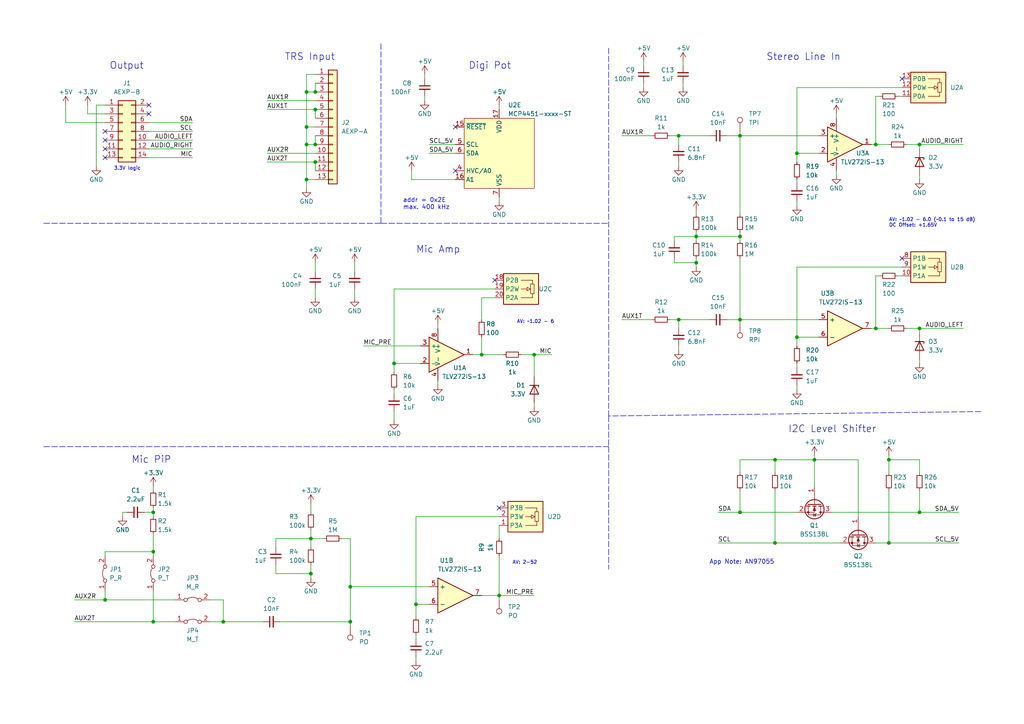
<source format=kicad_sch>
(kicad_sch (version 20211123) (generator eeschema)
  (paper "A4")
  (title_block (title "SW2E1") (date "2023-01-30") (rev "1") (company "saawsm") (comment 2 "AUX2 - Mono Microphone") (comment 3 "AUX1 - Stereo Line-in") (comment 4 "Stereo line-in/Mono microphone expansion module for the SW22."))
  (lib_symbols
    (symbol "Connector:TestPoint" (pin_numbers hide) (pin_names (offset 0.762) hide)
      (property "Reference" "TP" (at 0 6.858 0))
      (property "Value" "TestPoint" (at 0 5.08 0))
      (symbol "TestPoint_1_1"
        (pin passive line (at 0 0 90) (length 2.54) (name "1") (number "1"))
      )
    )
    (symbol "Connector_Generic:Conn_01x13" (pin_names (offset 1.016) hide)
      (property "Reference" "J" (at 0 17.78 0))
      (property "Value" "Conn_01x13" (at 0 -17.78 0))
      (symbol "Conn_01x13_1_1"
        (pin passive line (at -5.08 15.24 0) (length 3.81) (name "Pin_1") (number "1"))
        (pin passive line (at -5.08 -7.62 0) (length 3.81) (name "Pin_10") (number "10"))
        (pin passive line (at -5.08 -10.16 0) (length 3.81) (name "Pin_11") (number "11"))
        (pin passive line (at -5.08 -12.7 0) (length 3.81) (name "Pin_12") (number "12"))
        (pin passive line (at -5.08 -15.24 0) (length 3.81) (name "Pin_13") (number "13"))
        (pin passive line (at -5.08 12.7 0) (length 3.81) (name "Pin_2") (number "2"))
        (pin passive line (at -5.08 10.16 0) (length 3.81) (name "Pin_3") (number "3"))
        (pin passive line (at -5.08 7.62 0) (length 3.81) (name "Pin_4") (number "4"))
        (pin passive line (at -5.08 5.08 0) (length 3.81) (name "Pin_5") (number "5"))
        (pin passive line (at -5.08 2.54 0) (length 3.81) (name "Pin_6") (number "6"))
        (pin passive line (at -5.08 0 0) (length 3.81) (name "Pin_7") (number "7"))
        (pin passive line (at -5.08 -2.54 0) (length 3.81) (name "Pin_8") (number "8"))
        (pin passive line (at -5.08 -5.08 0) (length 3.81) (name "Pin_9") (number "9"))
      )
    )
    (symbol "Connector_Generic:Conn_02x07_Odd_Even" (pin_names (offset 1.016) hide)
      (property "Reference" "J" (at 1.27 10.16 0))
      (property "Value" "Conn_02x07_Odd_Even" (at 1.27 -10.16 0))
      (symbol "Conn_02x07_Odd_Even_1_1"
        (pin passive line (at -5.08 7.62 0) (length 3.81) (name "Pin_1") (number "1"))
        (pin passive line (at 7.62 -2.54 180) (length 3.81) (name "Pin_10") (number "10"))
        (pin passive line (at -5.08 -5.08 0) (length 3.81) (name "Pin_11") (number "11"))
        (pin passive line (at 7.62 -5.08 180) (length 3.81) (name "Pin_12") (number "12"))
        (pin passive line (at -5.08 -7.62 0) (length 3.81) (name "Pin_13") (number "13"))
        (pin passive line (at 7.62 -7.62 180) (length 3.81) (name "Pin_14") (number "14"))
        (pin passive line (at 7.62 7.62 180) (length 3.81) (name "Pin_2") (number "2"))
        (pin passive line (at -5.08 5.08 0) (length 3.81) (name "Pin_3") (number "3"))
        (pin passive line (at 7.62 5.08 180) (length 3.81) (name "Pin_4") (number "4"))
        (pin passive line (at -5.08 2.54 0) (length 3.81) (name "Pin_5") (number "5"))
        (pin passive line (at 7.62 2.54 180) (length 3.81) (name "Pin_6") (number "6"))
        (pin passive line (at -5.08 0 0) (length 3.81) (name "Pin_7") (number "7"))
        (pin passive line (at 7.62 0 180) (length 3.81) (name "Pin_8") (number "8"))
        (pin passive line (at -5.08 -2.54 0) (length 3.81) (name "Pin_9") (number "9"))
      )
    )
    (symbol "Device:C_Small" (pin_numbers hide) (pin_names (offset 0.254) hide)
      (property "Reference" "C" (at 0.254 1.778 0))
      (property "Value" "C_Small" (at 0.254 -2.032 0))
      (symbol "C_Small_1_1"
        (pin passive line (at 0 2.54 270) (length 2.032) (name "~") (number "1"))
        (pin passive line (at 0 -2.54 90) (length 2.032) (name "~") (number "2"))
      )
    )
    (symbol "Device:D_Zener" (pin_numbers hide) (pin_names (offset 1.016) hide)
      (property "Reference" "D" (at 0 2.54 0))
      (property "Value" "D_Zener" (at 0 -2.54 0))
      (symbol "D_Zener_1_1"
        (pin passive line (at -3.81 0 0) (length 2.54) (name "K") (number "1"))
        (pin passive line (at 3.81 0 180) (length 2.54) (name "A") (number "2"))
      )
    )
    (symbol "Device:Opamp_Dual"
      (property "Reference" "U" (at 0 5.08 0))
      (property "Value" "Opamp_Dual" (at 0 -5.08 0))
      (symbol "Opamp_Dual_1_1"
        (pin output line (at 7.62 0 180) (length 2.54) (name "~") (number "1"))
        (pin input line (at -7.62 -2.54 0) (length 2.54) (name "-") (number "2"))
        (pin input line (at -7.62 2.54 0) (length 2.54) (name "+") (number "3"))
      )
      (symbol "Opamp_Dual_2_1"
        (pin input line (at -7.62 2.54 0) (length 2.54) (name "+") (number "5"))
        (pin input line (at -7.62 -2.54 0) (length 2.54) (name "-") (number "6"))
        (pin output line (at 7.62 0 180) (length 2.54) (name "~") (number "7"))
      )
      (symbol "Opamp_Dual_3_1"
        (pin power_in line (at -2.54 -7.62 90) (length 3.81) (name "V-") (number "4"))
        (pin power_in line (at -2.54 7.62 270) (length 3.81) (name "V+") (number "8"))
      )
    )
    (symbol "Device:Q_NMOS_GSD" (pin_names (offset 0) hide)
      (property "Reference" "Q" (at 5.08 1.27 0))
      (property "Value" "Q_NMOS_GSD" (at 5.08 -1.27 0))
      (symbol "Q_NMOS_GSD_1_1"
        (pin input line (at -5.08 0 0) (length 2.54) (name "G") (number "1"))
        (pin passive line (at 2.54 -5.08 90) (length 2.54) (name "S") (number "2"))
        (pin passive line (at 2.54 5.08 270) (length 2.54) (name "D") (number "3"))
      )
    )
    (symbol "Device:R_Small" (pin_numbers hide) (pin_names (offset 0.254) hide)
      (property "Reference" "R" (at 0.762 0.508 0))
      (property "Value" "R_Small" (at 0.762 -1.016 0))
      (symbol "R_Small_1_1"
        (pin passive line (at 0 2.54 270) (length 0.762) (name "~") (number "1"))
        (pin passive line (at 0 -2.54 90) (length 0.762) (name "~") (number "2"))
      )
    )
    (symbol "Jumper:Jumper_2_Bridged" (pin_names (offset 0) hide)
      (property "Reference" "JP" (at 0 1.905 0))
      (property "Value" "Jumper_2_Bridged" (at 0 -2.54 0))
      (symbol "Jumper_2_Bridged_1_1"
        (pin passive line (at -5.08 0 0) (length 2.54) (name "A") (number "1"))
        (pin passive line (at 5.08 0 180) (length 2.54) (name "B") (number "2"))
      )
    )
    (symbol "Potentiometer_Digital:MCP4451-xxxx-ST"
      (property "Reference" "U" (at -8.89 11.43 0))
      (property "Value" "MCP4451-xxxx-ST" (at 10.16 -11.43 0))
      (symbol "MCP4451-xxxx-ST_1_1"
        (pin passive line (at -7.62 -2.54 0) (length 2.54) (name "P0A") (number "11"))
        (pin passive line (at -7.62 0 0) (length 2.54) (name "P0W") (number "12"))
        (pin passive line (at -7.62 2.54 0) (length 2.54) (name "P0B") (number "13"))
      )
      (symbol "MCP4451-xxxx-ST_2_1"
        (pin passive line (at -7.62 -2.54 0) (length 2.54) (name "P1A") (number "10"))
        (pin passive line (at -7.62 2.54 0) (length 2.54) (name "P1B") (number "8"))
        (pin passive line (at -7.62 0 0) (length 2.54) (name "P1W") (number "9"))
      )
      (symbol "MCP4451-xxxx-ST_3_1"
        (pin passive line (at -7.62 2.54 0) (length 2.54) (name "P2B") (number "18"))
        (pin passive line (at -7.62 0 0) (length 2.54) (name "P2W") (number "19"))
        (pin passive line (at -7.62 -2.54 0) (length 2.54) (name "P2A") (number "20"))
      )
      (symbol "MCP4451-xxxx-ST_4_1"
        (pin passive line (at -7.62 -2.54 0) (length 2.54) (name "P3A") (number "1"))
        (pin passive line (at -7.62 0 0) (length 2.54) (name "P3W") (number "2"))
        (pin passive line (at -7.62 2.54 0) (length 2.54) (name "P3B") (number "3"))
      )
      (symbol "MCP4451-xxxx-ST_5_1"
        (pin no_connect line (at -10.16 -2.54 0) (length 2.54) hide (name "NC") (number "14"))
        (pin input line (at -12.7 7.62 0) (length 2.54) (name "~{RESET}") (number "15"))
        (pin input line (at -12.7 -7.62 0) (length 2.54) (name "A1") (number "16"))
        (pin power_in line (at 0 12.7 270) (length 2.54) (name "VDD") (number "17"))
        (pin input line (at -12.7 -5.08 0) (length 2.54) (name "HVC/A0") (number "4"))
        (pin input line (at -12.7 2.54 0) (length 2.54) (name "SCL") (number "5"))
        (pin bidirectional line (at -12.7 0 0) (length 2.54) (name "SDA") (number "6"))
        (pin power_in line (at 0 -12.7 90) (length 2.54) (name "VSS") (number "7"))
      )
    )
    (symbol "power:+3.3V" (power) (pin_names (offset 0))
      (property "Value" "+3.3V" (at 0 3.556 0))
      (symbol "+3.3V_1_1"
        (pin power_in line (at 0 0 90) (length 0) hide (name "+3.3V") (number "1"))
      )
    )
    (symbol "power:+5V" (power) (pin_names (offset 0))
      (property "Value" "+5V" (at 0 3.556 0))
      (symbol "+5V_1_1"
        (pin power_in line (at 0 0 90) (length 0) hide (name "+5V") (number "1"))
      )
    )
    (symbol "power:GND" (power) (pin_names (offset 0))
      (property "Value" "GND" (at 0 -3.81 0))
      (symbol "GND_1_1"
        (pin power_in line (at 0 0 270) (length 0) hide (name "GND") (number "1"))
      )
    )
    (symbol "power:PWR_FLAG" (power) (pin_numbers hide) (pin_names (offset 0) hide)
      (property "Value" "PWR_FLAG" (at 0 3.81 0))
      (symbol "PWR_FLAG_0_0"
        (pin power_out line (at 0 0 90) (length 0) (name "pwr") (number "1"))
      )
    )
  )
  (junction (at 114.3 105.41))
  (junction (at 101.6 170.18))
  (junction (at 144.78 172.72))
  (junction (at 44.45 160.02))
  (junction (at 44.45 148.59))
  (junction (at 88.9 36.83))
  (junction (at 254 41.91))
  (junction (at 266.7 148.59))
  (junction (at 91.44 26.67))
  (junction (at 101.6 180.34))
  (junction (at 236.22 133.35))
  (junction (at 266.7 41.91))
  (junction (at 231.14 97.79))
  (junction (at 201.93 68.58))
  (junction (at 201.93 76.2))
  (junction (at 44.45 180.34))
  (junction (at 88.9 41.91))
  (junction (at 30.48 173.99))
  (junction (at 224.79 157.48))
  (junction (at 266.7 95.25))
  (junction (at 88.9 52.07))
  (junction (at 91.44 31.75))
  (junction (at 64.77 180.34))
  (junction (at 90.17 166.37))
  (junction (at 196.85 39.37))
  (junction (at 196.85 92.71))
  (junction (at 91.44 41.91))
  (junction (at 214.63 92.71))
  (junction (at 257.81 157.48))
  (junction (at 90.17 156.21))
  (junction (at 88.9 26.67))
  (junction (at 214.63 68.58))
  (junction (at 257.81 133.35))
  (junction (at 91.44 46.99))
  (junction (at 224.79 133.35))
  (junction (at 254 95.25))
  (junction (at 214.63 148.59))
  (junction (at 139.7 102.87))
  (junction (at 214.63 39.37))
  (junction (at 120.65 175.26))
  (junction (at 231.14 44.45))
  (junction (at 154.94 102.87))
  (no_connect (at 132.08 36.83))
  (no_connect (at 132.08 49.53))
  (no_connect (at 144.78 147.32))
  (no_connect (at 30.48 38.1))
  (no_connect (at 261.62 22.86))
  (no_connect (at 30.48 40.64))
  (no_connect (at 30.48 45.72))
  (no_connect (at 30.48 43.18))
  (no_connect (at 43.18 30.48))
  (no_connect (at 43.18 33.02))
  (no_connect (at 261.62 74.93))
  (no_connect (at 143.51 81.28))
  (wire (pts (xy 21.59 180.34) (xy 44.45 180.34)))
  (wire (pts (xy 260.35 27.94) (xy 261.62 27.94)))
  (wire (pts (xy 80.01 166.37) (xy 90.17 166.37)))
  (wire (pts (xy 194.31 92.71) (xy 196.85 92.71)))
  (wire (pts (xy 231.14 77.47) (xy 231.14 97.79)))
  (wire (pts (xy 236.22 133.35) (xy 236.22 140.97)))
  (wire (pts (xy 260.35 80.01) (xy 261.62 80.01)))
  (polyline (pts (xy 110.49 64.77) (xy 176.53 64.77)))
  (wire (pts (xy 257.81 133.35) (xy 266.7 133.35)))
  (wire (pts (xy 139.7 86.36) (xy 139.7 92.71)))
  (wire (pts (xy 139.7 102.87) (xy 146.05 102.87)))
  (wire (pts (xy 154.94 109.22) (xy 154.94 102.87)))
  (wire (pts (xy 201.93 76.2) (xy 201.93 77.47)))
  (wire (pts (xy 81.28 180.34) (xy 101.6 180.34)))
  (wire (pts (xy 139.7 172.72) (xy 144.78 172.72)))
  (wire (pts (xy 132.08 41.91) (xy 124.46 41.91)))
  (wire (pts (xy 266.7 104.14) (xy 266.7 105.41)))
  (wire (pts (xy 30.48 160.02) (xy 30.48 161.29)))
  (wire (pts (xy 231.14 105.41) (xy 231.14 106.68)))
  (wire (pts (xy 102.87 83.82) (xy 102.87 86.36)))
  (wire (pts (xy 201.93 74.93) (xy 201.93 76.2)))
  (wire (pts (xy 256.54 219.71) (xy 256.54 222.25)))
  (wire (pts (xy 266.7 95.25) (xy 279.4 95.25)))
  (wire (pts (xy 30.48 173.99) (xy 50.8 173.99)))
  (wire (pts (xy 231.14 111.76) (xy 231.14 113.03)))
  (wire (pts (xy 266.7 41.91) (xy 266.7 43.18)))
  (wire (pts (xy 254 27.94) (xy 254 41.91)))
  (wire (pts (xy 210.82 92.71) (xy 214.63 92.71)))
  (wire (pts (xy 119.38 52.07) (xy 132.08 52.07)))
  (wire (pts (xy 266.7 133.35) (xy 266.7 137.16)))
  (wire (pts (xy 44.45 161.29) (xy 44.45 160.02)))
  (wire (pts (xy 144.78 161.29) (xy 144.78 172.72)))
  (wire (pts (xy 214.63 38.1) (xy 214.63 39.37)))
  (wire (pts (xy 30.48 171.45) (xy 30.48 173.99)))
  (wire (pts (xy 120.65 149.86) (xy 144.78 149.86)))
  (wire (pts (xy 214.63 68.58) (xy 214.63 69.85)))
  (wire (pts (xy 90.17 163.83) (xy 90.17 166.37)))
  (wire (pts (xy 266.7 50.8) (xy 266.7 52.07)))
  (wire (pts (xy 44.45 147.32) (xy 44.45 148.59)))
  (wire (pts (xy 105.41 100.33) (xy 121.92 100.33)))
  (wire (pts (xy 214.63 142.24) (xy 214.63 148.59)))
  (wire (pts (xy 123.19 21.59) (xy 123.19 22.86)))
  (wire (pts (xy 43.18 38.1) (xy 55.88 38.1)))
  (wire (pts (xy 224.79 133.35) (xy 236.22 133.35)))
  (wire (pts (xy 27.94 48.26) (xy 27.94 30.48)))
  (wire (pts (xy 254 41.91) (xy 257.81 41.91)))
  (wire (pts (xy 114.3 105.41) (xy 114.3 107.95)))
  (polyline (pts (xy 176.53 120.65) (xy 176.53 129.54)))
  (wire (pts (xy 196.85 92.71) (xy 205.74 92.71)))
  (wire (pts (xy 114.3 113.03) (xy 114.3 114.3)))
  (wire (pts (xy 91.44 76.2) (xy 91.44 78.74)))
  (wire (pts (xy 257.81 132.08) (xy 257.81 133.35)))
  (wire (pts (xy 90.17 146.05) (xy 90.17 148.59)))
  (wire (pts (xy 154.94 116.84) (xy 154.94 118.11)))
  (wire (pts (xy 236.22 222.25) (xy 246.38 222.25)))
  (wire (pts (xy 186.69 17.78) (xy 186.69 19.05)))
  (wire (pts (xy 195.58 68.58) (xy 201.93 68.58)))
  (wire (pts (xy 25.4 33.02) (xy 25.4 30.48)))
  (polyline (pts (xy 12.7 129.54) (xy 176.53 129.54)))
  (wire (pts (xy 27.94 30.48) (xy 30.48 30.48)))
  (wire (pts (xy 201.93 60.96) (xy 201.93 62.23)))
  (wire (pts (xy 242.57 33.02) (xy 242.57 34.29)))
  (wire (pts (xy 195.58 76.2) (xy 201.93 76.2)))
  (wire (pts (xy 144.78 30.48) (xy 144.78 31.75)))
  (wire (pts (xy 114.3 83.82) (xy 114.3 105.41)))
  (wire (pts (xy 214.63 39.37) (xy 237.49 39.37)))
  (wire (pts (xy 88.9 26.67) (xy 91.44 26.67)))
  (wire (pts (xy 127 110.49) (xy 127 111.76)))
  (wire (pts (xy 257.81 142.24) (xy 257.81 157.48)))
  (wire (pts (xy 224.79 133.35) (xy 224.79 137.16)))
  (wire (pts (xy 101.6 156.21) (xy 101.6 170.18)))
  (wire (pts (xy 102.87 76.2) (xy 102.87 78.74)))
  (wire (pts (xy 195.58 68.58) (xy 195.58 69.85)))
  (wire (pts (xy 88.9 41.91) (xy 91.44 41.91)))
  (wire (pts (xy 254 27.94) (xy 255.27 27.94)))
  (wire (pts (xy 44.45 180.34) (xy 50.8 180.34)))
  (wire (pts (xy 44.45 171.45) (xy 44.45 180.34)))
  (wire (pts (xy 30.48 33.02) (xy 25.4 33.02)))
  (wire (pts (xy 88.9 26.67) (xy 88.9 36.83)))
  (wire (pts (xy 88.9 52.07) (xy 91.44 52.07)))
  (wire (pts (xy 144.78 173.99) (xy 144.78 172.72)))
  (wire (pts (xy 254 80.01) (xy 255.27 80.01)))
  (wire (pts (xy 231.14 97.79) (xy 237.49 97.79)))
  (wire (pts (xy 91.44 83.82) (xy 91.44 86.36)))
  (wire (pts (xy 101.6 170.18) (xy 124.46 170.18)))
  (wire (pts (xy 144.78 152.4) (xy 144.78 156.21)))
  (wire (pts (xy 77.47 44.45) (xy 91.44 44.45)))
  (wire (pts (xy 19.05 35.56) (xy 19.05 30.48)))
  (wire (pts (xy 241.3 148.59) (xy 266.7 148.59)))
  (wire (pts (xy 91.44 31.75) (xy 91.44 34.29)))
  (wire (pts (xy 231.14 44.45) (xy 231.14 46.99)))
  (wire (pts (xy 123.19 27.94) (xy 123.19 29.21)))
  (wire (pts (xy 114.3 83.82) (xy 143.51 83.82)))
  (wire (pts (xy 254 80.01) (xy 254 95.25)))
  (wire (pts (xy 154.94 102.87) (xy 160.02 102.87)))
  (wire (pts (xy 91.44 21.59) (xy 88.9 21.59)))
  (wire (pts (xy 196.85 100.33) (xy 196.85 101.6)))
  (wire (pts (xy 242.57 49.53) (xy 242.57 50.8)))
  (wire (pts (xy 252.73 95.25) (xy 254 95.25)))
  (wire (pts (xy 120.65 149.86) (xy 120.65 175.26)))
  (wire (pts (xy 208.28 148.59) (xy 214.63 148.59)))
  (wire (pts (xy 236.22 219.71) (xy 236.22 222.25)))
  (wire (pts (xy 119.38 49.53) (xy 119.38 52.07)))
  (wire (pts (xy 120.65 184.15) (xy 120.65 185.42)))
  (wire (pts (xy 91.44 39.37) (xy 91.44 41.91)))
  (wire (pts (xy 90.17 166.37) (xy 90.17 167.64)))
  (wire (pts (xy 236.22 132.08) (xy 236.22 133.35)))
  (wire (pts (xy 80.01 156.21) (xy 80.01 158.75)))
  (wire (pts (xy 91.44 46.99) (xy 91.44 49.53)))
  (wire (pts (xy 266.7 96.52) (xy 266.7 95.25)))
  (wire (pts (xy 257.81 133.35) (xy 257.81 137.16)))
  (wire (pts (xy 44.45 148.59) (xy 44.45 149.86)))
  (wire (pts (xy 201.93 67.31) (xy 201.93 68.58)))
  (wire (pts (xy 231.14 58.42) (xy 231.14 59.69)))
  (wire (pts (xy 90.17 153.67) (xy 90.17 156.21)))
  (wire (pts (xy 64.77 180.34) (xy 76.2 180.34)))
  (wire (pts (xy 214.63 148.59) (xy 231.14 148.59)))
  (wire (pts (xy 88.9 41.91) (xy 88.9 52.07)))
  (wire (pts (xy 43.18 40.64) (xy 55.88 40.64)))
  (polyline (pts (xy 110.49 12.7) (xy 110.49 64.77)))
  (wire (pts (xy 101.6 170.18) (xy 101.6 180.34)))
  (wire (pts (xy 21.59 173.99) (xy 30.48 173.99)))
  (wire (pts (xy 280.67 219.71) (xy 280.67 220.98)))
  (wire (pts (xy 266.7 41.91) (xy 279.4 41.91)))
  (wire (pts (xy 124.46 175.26) (xy 120.65 175.26)))
  (wire (pts (xy 231.14 25.4) (xy 231.14 44.45)))
  (wire (pts (xy 262.89 41.91) (xy 266.7 41.91)))
  (wire (pts (xy 60.96 180.34) (xy 64.77 180.34)))
  (wire (pts (xy 231.14 77.47) (xy 261.62 77.47)))
  (wire (pts (xy 114.3 119.38) (xy 114.3 121.92)))
  (wire (pts (xy 88.9 52.07) (xy 88.9 54.61)))
  (wire (pts (xy 224.79 142.24) (xy 224.79 157.48)))
  (wire (pts (xy 252.73 41.91) (xy 254 41.91)))
  (wire (pts (xy 231.14 97.79) (xy 231.14 100.33)))
  (wire (pts (xy 186.69 24.13) (xy 186.69 25.4)))
  (wire (pts (xy 43.18 43.18) (xy 55.88 43.18)))
  (wire (pts (xy 114.3 105.41) (xy 121.92 105.41)))
  (wire (pts (xy 248.92 133.35) (xy 248.92 149.86)))
  (wire (pts (xy 231.14 25.4) (xy 261.62 25.4)))
  (wire (pts (xy 180.34 92.71) (xy 189.23 92.71)))
  (wire (pts (xy 80.01 163.83) (xy 80.01 166.37)))
  (wire (pts (xy 137.16 102.87) (xy 139.7 102.87)))
  (wire (pts (xy 262.89 95.25) (xy 266.7 95.25)))
  (wire (pts (xy 44.45 154.94) (xy 44.45 160.02)))
  (wire (pts (xy 214.63 67.31) (xy 214.63 68.58)))
  (wire (pts (xy 99.06 156.21) (xy 101.6 156.21)))
  (wire (pts (xy 210.82 39.37) (xy 214.63 39.37)))
  (wire (pts (xy 151.13 102.87) (xy 154.94 102.87)))
  (wire (pts (xy 214.63 93.98) (xy 214.63 92.71)))
  (wire (pts (xy 224.79 157.48) (xy 243.84 157.48)))
  (wire (pts (xy 196.85 46.99) (xy 196.85 48.26)))
  (wire (pts (xy 30.48 35.56) (xy 19.05 35.56)))
  (polyline (pts (xy 176.53 129.54) (xy 176.53 165.1)))
  (wire (pts (xy 35.56 148.59) (xy 36.83 148.59)))
  (wire (pts (xy 198.12 17.78) (xy 198.12 19.05)))
  (wire (pts (xy 180.34 39.37) (xy 189.23 39.37)))
  (polyline (pts (xy 284.48 119.38) (xy 176.53 120.65)))
  (wire (pts (xy 194.31 39.37) (xy 196.85 39.37)))
  (wire (pts (xy 80.01 156.21) (xy 90.17 156.21)))
  (wire (pts (xy 266.7 219.71) (xy 266.7 222.25)))
  (wire (pts (xy 201.93 68.58) (xy 201.93 69.85)))
  (wire (pts (xy 43.18 45.72) (xy 55.88 45.72)))
  (wire (pts (xy 35.56 149.86) (xy 35.56 148.59)))
  (wire (pts (xy 43.18 35.56) (xy 55.88 35.56)))
  (wire (pts (xy 77.47 31.75) (xy 91.44 31.75)))
  (polyline (pts (xy 12.7 64.77) (xy 110.49 64.77)))
  (wire (pts (xy 44.45 148.59) (xy 41.91 148.59)))
  (wire (pts (xy 90.17 156.21) (xy 90.17 158.75)))
  (wire (pts (xy 132.08 44.45) (xy 124.46 44.45)))
  (wire (pts (xy 64.77 173.99) (xy 64.77 180.34)))
  (wire (pts (xy 196.85 92.71) (xy 196.85 95.25)))
  (wire (pts (xy 214.63 74.93) (xy 214.63 92.71)))
  (wire (pts (xy 246.38 219.71) (xy 246.38 222.25)))
  (wire (pts (xy 254 95.25) (xy 257.81 95.25)))
  (wire (pts (xy 201.93 68.58) (xy 214.63 68.58)))
  (wire (pts (xy 236.22 133.35) (xy 248.92 133.35)))
  (wire (pts (xy 214.63 133.35) (xy 214.63 137.16)))
  (wire (pts (xy 30.48 160.02) (xy 44.45 160.02)))
  (wire (pts (xy 44.45 140.97) (xy 44.45 142.24)))
  (wire (pts (xy 208.28 157.48) (xy 224.79 157.48)))
  (wire (pts (xy 196.85 39.37) (xy 196.85 41.91)))
  (wire (pts (xy 144.78 172.72) (xy 154.94 172.72)))
  (wire (pts (xy 120.65 175.26) (xy 120.65 179.07)))
  (wire (pts (xy 101.6 180.34) (xy 101.6 181.61)))
  (wire (pts (xy 231.14 52.07) (xy 231.14 53.34)))
  (wire (pts (xy 90.17 156.21) (xy 93.98 156.21)))
  (wire (pts (xy 120.65 190.5) (xy 120.65 191.77)))
  (wire (pts (xy 88.9 21.59) (xy 88.9 26.67)))
  (wire (pts (xy 196.85 39.37) (xy 205.74 39.37)))
  (wire (pts (xy 266.7 222.25) (xy 256.54 222.25)))
  (wire (pts (xy 77.47 46.99) (xy 91.44 46.99)))
  (wire (pts (xy 144.78 57.15) (xy 144.78 58.42)))
  (wire (pts (xy 139.7 86.36) (xy 143.51 86.36)))
  (wire (pts (xy 198.12 24.13) (xy 198.12 25.4)))
  (wire (pts (xy 91.44 24.13) (xy 91.44 26.67)))
  (wire (pts (xy 214.63 133.35) (xy 224.79 133.35)))
  (wire (pts (xy 60.96 173.99) (xy 64.77 173.99)))
  (wire (pts (xy 88.9 36.83) (xy 88.9 41.91)))
  (wire (pts (xy 88.9 36.83) (xy 91.44 36.83)))
  (wire (pts (xy 214.63 39.37) (xy 214.63 62.23)))
  (wire (pts (xy 254 157.48) (xy 257.81 157.48)))
  (wire (pts (xy 266.7 142.24) (xy 266.7 148.59)))
  (wire (pts (xy 257.81 157.48) (xy 278.13 157.48)))
  (wire (pts (xy 195.58 74.93) (xy 195.58 76.2)))
  (wire (pts (xy 127 93.98) (xy 127 95.25)))
  (wire (pts (xy 139.7 97.79) (xy 139.7 102.87)))
  (wire (pts (xy 77.47 29.21) (xy 91.44 29.21)))
  (wire (pts (xy 231.14 44.45) (xy 237.49 44.45)))
  (polyline (pts (xy 176.53 13.97) (xy 176.53 120.65)))
  (wire (pts (xy 266.7 148.59) (xy 278.13 148.59)))
  (wire (pts (xy 214.63 92.71) (xy 237.49 92.71)))
  (text "I2C Level Shifter" (at 228.6 125.73 0) (effects (font (size 2 2)) (justify left bottom)))
  (text "App Note: AN97055" (at 205.74 163.83 0) (effects (font (size 1.27 1.27)) (justify left bottom)))
  (text "addr = 0x2E\nmax. 400 kHz" (at 116.84 60.96 0) (effects (font (size 1.27 1.27)) (justify left bottom)))
  (text "TRS Input" (at 82.55 17.78 0) (effects (font (size 2 2)) (justify left bottom)))
  (text "Digi Pot" (at 135.89 20.32 0) (effects (font (size 2 2)) (justify left bottom)))
  (text "Mic PiP" (at 38.1 134.62 0) (effects (font (size 2 2)) (justify left bottom)))
  (text "Stereo Line In" (at 222.25 17.78 0) (effects (font (size 2 2)) (justify left bottom)))
  (text "Mic Amp" (at 120.65 73.66 0) (effects (font (size 2 2)) (justify left bottom)))
  (text "AV: ~1.02 - 6.0 (~0.1 to 15 dB)\nDC Offset: +1.65V\n" (at 257.81 66.04 0) (effects (font (size 1 1)) (justify left bottom)))
  (text "Output" (at 31.75 20.32 0) (effects (font (size 2 2)) (justify left bottom)))
  (text "AV: ~1.02 - 6" (at 149.86 93.98 0) (effects (font (size 1 1)) (justify left bottom)))
  (text "3.3V logic" (at 33.02 49.53 0) (effects (font (size 1 1)) (justify left bottom)))
  (text "AV: 2-52" (at 148.59 163.83 0) (effects (font (size 1 1)) (justify left bottom)))
  (label "AUX1T" (at 77.47 31.75 0))
  (label "AUDIO_LEFT" (at 55.88 40.64 180))
  (label "MIC_PRE" (at 154.94 172.72 180))
  (label "SCL" (at 55.88 38.1 180))
  (label "AUDIO_LEFT" (at 279.4 95.25 180))
  (label "AUX1R" (at 180.34 39.37 0))
  (label "SCL_5V" (at 278.13 157.48 180))
  (label "SDA" (at 55.88 35.56 180))
  (label "SCL_5V" (at 124.46 41.91 0))
  (label "MIC" (at 160.02 102.87 180))
  (label "AUX2T" (at 21.59 180.34 0))
  (label "AUDIO_RIGHT" (at 279.4 41.91 180))
  (label "SDA" (at 208.28 148.59 0))
  (label "AUDIO_RIGHT" (at 55.88 43.18 180))
  (label "AUX1T" (at 180.34 92.71 0))
  (label "AUX2T" (at 77.47 46.99 0))
  (label "AUX1R" (at 77.47 29.21 0))
  (label "SDA_5V" (at 124.46 44.45 0))
  (label "SCL" (at 208.28 157.48 0))
  (label "MIC_PRE" (at 105.41 100.33 0))
  (label "AUX2R" (at 21.59 173.99 0))
  (label "MIC" (at 55.88 45.72 180))
  (label "AUX2R" (at 77.47 44.45 0))
  (label "SDA_5V" (at 278.13 148.59 180))
  (symbol (lib_id "Jumper:Jumper_2_Bridged") (at 30.48 166.37 90) (unit 1)
    (property "Reference" "JP1" (at 31.75 165.0999 90) (effects (justify right)))
    (property "Value" "P_R" (at 31.75 167.6399 90) (effects (justify right)))
    (property "Footprint" "Connector_PinHeader_2.54mm:PinHeader_1x02_P2.54mm_Vertical" (effects hide))
  )
  (symbol (lib_id "Device:R_Small") (at 214.63 64.77 0) (unit 1)
    (property "Reference" "R15" (at 215.9 63.5 0) (effects (justify left)))
    (property "Value" "1M" (at 215.9 66.04 0) (effects (justify left)))
    (property "Footprint" "Resistor_SMD:R_0603_1608Metric" (effects hide))
  )
  (symbol (lib_id "power:+5V") (at 236.22 219.71 0) (unit 1)
    (property "Reference" "#PWR035" (effects hide))
    (property "Value" "+5V" (at 236.22 215.9 0))
  )
  (symbol (lib_id "Connector:TestPoint") (at 144.78 173.99 180) (unit 1)
    (property "Reference" "TP2" (at 147.32 176.0219 0) (effects (justify right)))
    (property "Value" "PO" (at 147.32 178.5619 0) (effects (justify right)))
    (property "Footprint" "TestPoint:TestPoint_Pad_D1.5mm" (effects hide))
  )
  (symbol (lib_id "power:+3.3V") (at 25.4 30.48 0) (unit 1)
    (property "Reference" "#PWR02" (effects hide))
    (property "Value" "+3.3V" (at 25.4 26.67 0))
  )
  (symbol (lib_id "power:GND") (at 144.78 58.42 0) (unit 1)
    (property "Reference" "#PWR021" (effects hide))
    (property "Value" "GND" (at 144.78 62.23 0))
  )
  (symbol (lib_id "power:GND") (at 196.85 101.6 0) (unit 1)
    (property "Reference" "#PWR027" (effects hide))
    (property "Value" "GND" (at 196.85 105.41 0))
  )
  (symbol (lib_id "power:+5V") (at 186.69 17.78 0) (unit 1)
    (property "Reference" "#PWR024" (effects hide))
    (property "Value" "+5V" (at 186.69 13.97 0))
  )
  (symbol (lib_id "Device:Opamp_Dual") (at 245.11 95.25 0) (unit 2)
    (property "Reference" "U3" (at 240.03 85.09 0))
    (property "Value" "TLV272IS-13" (at 243.84 87.63 0))
    (property "Footprint" "Package_SO:SOIC-8_3.9x4.9mm_P1.27mm" (effects hide))
  )
  (symbol (lib_id "power:+5V") (at 198.12 17.78 0) (unit 1)
    (property "Reference" "#PWR028" (effects hide))
    (property "Value" "+5V" (at 198.12 13.97 0))
  )
  (symbol (lib_id "Potentiometer_Digital:MCP4451-xxxx-ST") (at 151.13 83.82 0) (unit 3)
    (property "Reference" "U2" (at 156.21 83.82 0) (effects (justify left)))
    (property "Value" "MCP4451-xxxx-ST" (effects hide))
    (property "Footprint" "Package_SO:TSSOP-20_4.4x6.5mm_P0.65mm" (effects hide))
    (property "Datasheet" "https://ww1.microchip.com/downloads/en/DeviceDoc/22267A_MCP4431.pdf" (effects hide))
  )
  (symbol (lib_id "Device:R_Small") (at 266.7 139.7 0) (unit 1)
    (property "Reference" "R26" (at 267.97 138.43 0) (effects (justify left)))
    (property "Value" "10k" (at 267.97 140.97 0) (effects (justify left)))
    (property "Footprint" "Resistor_SMD:R_0603_1608Metric" (effects hide))
  )
  (symbol (lib_id "power:+5V") (at 123.19 21.59 0) (unit 1)
    (property "Reference" "#PWR016" (effects hide))
    (property "Value" "+5V" (at 123.19 17.78 0))
  )
  (symbol (lib_id "Device:C_Small") (at 114.3 116.84 180) (unit 1)
    (property "Reference" "C6" (at 116.84 115.57 0) (effects (justify right)))
    (property "Value" "1uF" (at 116.84 118.11 0) (effects (justify right)))
    (property "Footprint" "Capacitor_SMD:C_0603_1608Metric" (effects hide))
  )
  (symbol (lib_id "power:GND") (at 266.7 52.07 0) (unit 1)
    (property "Reference" "#PWR040" (effects hide))
    (property "Value" "GND" (at 266.7 55.88 0))
  )
  (symbol (lib_id "Device:R_Small") (at 191.77 92.71 90) (unit 1)
    (property "Reference" "R12" (at 191.77 87.63 90))
    (property "Value" "1k" (at 191.77 90.17 90))
    (property "Footprint" "Resistor_SMD:R_0603_1608Metric" (effects hide))
  )
  (symbol (lib_id "Device:C_Small") (at 196.85 97.79 180) (unit 1)
    (property "Reference" "C12" (at 199.39 96.52 0) (effects (justify right)))
    (property "Value" "6.8nF" (at 199.39 99.06 0) (effects (justify right)))
    (property "Footprint" "Capacitor_SMD:C_0603_1608Metric" (effects hide))
  )
  (symbol (lib_id "Device:D_Zener") (at 266.7 100.33 270) (unit 1)
    (property "Reference" "D3" (at 269.24 99.0599 90) (effects (justify left)))
    (property "Value" "3.3V" (at 269.24 101.5999 90) (effects (justify left)))
    (property "Footprint" "Diode_SMD:D_SOD-123F" (effects hide))
  )
  (symbol (lib_id "Potentiometer_Digital:MCP4451-xxxx-ST") (at 144.78 44.45 0) (unit 5)
    (property "Reference" "U2" (at 147.32 30.48 0) (effects (justify left)))
    (property "Value" "MCP4451-xxxx-ST" (at 147.32 33.02 0) (effects (justify left)))
    (property "Footprint" "Package_SO:TSSOP-20_4.4x6.5mm_P0.65mm" (effects hide))
    (property "Datasheet" "https://ww1.microchip.com/downloads/en/DeviceDoc/22267A_MCP4431.pdf" (effects hide))
  )
  (symbol (lib_id "power:GND") (at 120.65 191.77 0) (unit 1)
    (property "Reference" "#PWR015" (effects hide))
    (property "Value" "GND" (at 120.65 195.58 0))
  )
  (symbol (lib_id "Device:C_Small") (at 123.19 25.4 0) (unit 1)
    (property "Reference" "C8" (at 119.38 24.1299 0) (effects (justify right)))
    (property "Value" "100nF" (at 119.38 26.6699 0) (effects (justify right)))
    (property "Footprint" "Capacitor_SMD:C_0603_1608Metric" (effects hide))
  )
  (symbol (lib_id "power:GND") (at 88.9 54.61 0) (unit 1)
    (property "Reference" "#PWR06" (effects hide))
    (property "Value" "GND" (at 88.9 58.42 0))
  )
  (symbol (lib_id "power:GND") (at 266.7 105.41 0) (unit 1)
    (property "Reference" "#PWR041" (effects hide))
    (property "Value" "GND" (at 266.7 109.22 0))
  )
  (symbol (lib_id "power:GND") (at 114.3 121.92 0) (unit 1)
    (property "Reference" "#PWR013" (effects hide))
    (property "Value" "GND" (at 114.3 125.73 0))
  )
  (symbol (lib_id "Device:R_Small") (at 44.45 144.78 0) (unit 1)
    (property "Reference" "R1" (at 45.72 143.51 0) (effects (justify left)))
    (property "Value" "1.5k" (at 45.72 146.05 0) (effects (justify left)))
    (property "Footprint" "Resistor_SMD:R_0603_1608Metric" (effects hide))
  )
  (symbol (lib_id "Device:C_Small") (at 78.74 180.34 90) (unit 1)
    (property "Reference" "C2" (at 78.74 173.99 90))
    (property "Value" "10nF" (at 78.74 176.53 90))
    (property "Footprint" "Capacitor_SMD:C_0603_1608Metric" (effects hide))
  )
  (symbol (lib_id "power:+3.3V") (at 90.17 146.05 0) (unit 1)
    (property "Reference" "#PWR07" (effects hide))
    (property "Value" "+3.3V" (at 90.17 142.24 0))
  )
  (symbol (lib_id "Device:C_Small") (at 120.65 187.96 180) (unit 1)
    (property "Reference" "C7" (at 123.19 186.69 0) (effects (justify right)))
    (property "Value" "2.2uF" (at 123.19 189.23 0) (effects (justify right)))
    (property "Footprint" "Capacitor_SMD:C_0603_1608Metric" (effects hide))
  )
  (symbol (lib_id "Device:C_Small") (at 186.69 21.59 0) (unit 1)
    (property "Reference" "C9" (at 184.15 20.32 0) (effects (justify right)))
    (property "Value" "100nF" (at 184.15 22.86 0) (effects (justify right)))
    (property "Footprint" "Capacitor_SMD:C_0603_1608Metric" (effects hide))
  )
  (symbol (lib_id "Device:D_Zener") (at 266.7 46.99 270) (unit 1)
    (property "Reference" "D2" (at 269.24 45.7199 90) (effects (justify left)))
    (property "Value" "3.3V" (at 269.24 48.2599 90) (effects (justify left)))
    (property "Footprint" "Diode_SMD:D_SOD-123F" (effects hide))
  )
  (symbol (lib_id "Device:Q_NMOS_GSD") (at 236.22 146.05 270) (unit 1)
    (property "Reference" "Q1" (at 236.22 152.4 90))
    (property "Value" "BSS138L" (at 236.22 154.94 90))
    (property "Footprint" "Package_TO_SOT_SMD:SOT-23" (effects hide))
  )
  (symbol (lib_id "Device:C_Small") (at 39.37 148.59 90) (unit 1)
    (property "Reference" "C1" (at 39.37 142.24 90))
    (property "Value" "2.2uF" (at 39.37 144.78 90))
    (property "Footprint" "Capacitor_SMD:C_0603_1608Metric" (effects hide))
  )
  (symbol (lib_id "Device:R_Small") (at 201.93 64.77 180) (unit 1)
    (property "Reference" "R13" (at 203.2 63.5 0) (effects (justify right)))
    (property "Value" "100k" (at 203.2 66.04 0) (effects (justify right)))
    (property "Footprint" "Resistor_SMD:R_0603_1608Metric" (effects hide))
  )
  (symbol (lib_id "power:GND") (at 186.69 25.4 0) (unit 1)
    (property "Reference" "#PWR025" (effects hide))
    (property "Value" "GND" (at 186.69 29.21 0))
  )
  (symbol (lib_id "power:GND") (at 280.67 220.98 0) (unit 1)
    (property "Reference" "#PWR042" (effects hide))
    (property "Value" "GND" (at 280.67 224.79 0))
  )
  (symbol (lib_id "Device:Opamp_Dual") (at 129.54 102.87 0) (unit 3)
    (property "Reference" "U1" (effects hide))
    (property "Value" "TLV272IS-13" (effects hide))
    (property "Footprint" "Package_SO:SOIC-8_3.9x4.9mm_P1.27mm" (effects hide))
  )
  (symbol (lib_id "Device:R_Small") (at 260.35 95.25 90) (unit 1)
    (property "Reference" "R25" (at 260.35 90.17 90))
    (property "Value" "1k" (at 260.35 92.71 90))
    (property "Footprint" "Resistor_SMD:R_0603_1608Metric" (effects hide))
  )
  (symbol (lib_id "Device:Opamp_Dual") (at 245.11 41.91 0) (unit 1)
    (property "Reference" "U3" (at 250.19 44.45 0))
    (property "Value" "TLV272IS-13" (at 250.19 46.99 0))
    (property "Footprint" "Package_SO:SOIC-8_3.9x4.9mm_P1.27mm" (effects hide))
  )
  (symbol (lib_id "power:GND") (at 196.85 48.26 0) (unit 1)
    (property "Reference" "#PWR026" (effects hide))
    (property "Value" "GND" (at 196.85 52.07 0))
  )
  (symbol (lib_id "power:GND") (at 231.14 113.03 0) (unit 1)
    (property "Reference" "#PWR033" (effects hide))
    (property "Value" "GND" (at 231.14 116.84 0))
  )
  (symbol (lib_id "Device:R_Small") (at 201.93 72.39 180) (unit 1)
    (property "Reference" "R14" (at 203.2 71.12 0) (effects (justify right)))
    (property "Value" "100k" (at 203.2 73.66 0) (effects (justify right)))
    (property "Footprint" "Resistor_SMD:R_0603_1608Metric" (effects hide))
  )
  (symbol (lib_id "power:+5V") (at 119.38 49.53 0) (unit 1)
    (property "Reference" "#PWR014" (effects hide))
    (property "Value" "+5V" (at 119.38 45.72 0))
  )
  (symbol (lib_id "Device:R_Small") (at 257.81 139.7 0) (unit 1)
    (property "Reference" "R23" (at 259.08 138.43 0) (effects (justify left)))
    (property "Value" "10k" (at 259.08 140.97 0) (effects (justify left)))
    (property "Footprint" "Resistor_SMD:R_0603_1608Metric" (effects hide))
  )
  (symbol (lib_id "power:+5V") (at 257.81 132.08 0) (unit 1)
    (property "Reference" "#PWR039" (effects hide))
    (property "Value" "+5V" (at 257.81 128.27 0))
  )
  (symbol (lib_id "Device:R_Small") (at 44.45 152.4 0) (unit 1)
    (property "Reference" "R2" (at 45.72 151.13 0) (effects (justify left)))
    (property "Value" "1.5k" (at 45.72 153.67 0) (effects (justify left)))
    (property "Footprint" "Resistor_SMD:R_0603_1608Metric" (effects hide))
  )
  (symbol (lib_id "Device:R_Small") (at 231.14 102.87 180) (unit 1)
    (property "Reference" "R20" (at 233.68 101.5999 0) (effects (justify right)))
    (property "Value" "10k" (at 233.68 104.1399 0) (effects (justify right)))
    (property "Footprint" "Resistor_SMD:R_0603_1608Metric" (effects hide))
  )
  (symbol (lib_id "power:GND") (at 123.19 29.21 0) (unit 1)
    (property "Reference" "#PWR017" (effects hide))
    (property "Value" "GND" (at 123.19 33.02 0))
  )
  (symbol (lib_id "power:+5V") (at 144.78 30.48 0) (unit 1)
    (property "Reference" "#PWR020" (effects hide))
    (property "Value" "+5V" (at 144.78 26.67 0))
  )
  (symbol (lib_id "Jumper:Jumper_2_Bridged") (at 44.45 166.37 90) (unit 1)
    (property "Reference" "JP2" (at 45.72 165.0999 90) (effects (justify right)))
    (property "Value" "P_T" (at 45.72 167.6399 90) (effects (justify right)))
    (property "Footprint" "Connector_PinHeader_2.54mm:PinHeader_1x02_P2.54mm_Vertical" (effects hide))
  )
  (symbol (lib_id "power:+5V") (at 102.87 76.2 0) (unit 1)
    (property "Reference" "#PWR011" (effects hide))
    (property "Value" "+5V" (at 102.87 72.39 0))
  )
  (symbol (lib_id "Device:R_Small") (at 114.3 110.49 180) (unit 1)
    (property "Reference" "R6" (at 116.84 109.2199 0) (effects (justify right)))
    (property "Value" "10k" (at 116.84 111.7599 0) (effects (justify right)))
    (property "Footprint" "Resistor_SMD:R_0603_1608Metric" (effects hide))
  )
  (symbol (lib_id "Device:C_Small") (at 91.44 81.28 0) (unit 1)
    (property "Reference" "C4" (at 87.63 80.0099 0) (effects (justify right)))
    (property "Value" "100nF" (at 87.63 82.5499 0) (effects (justify right)))
    (property "Footprint" "Capacitor_SMD:C_0603_1608Metric" (effects hide))
  )
  (symbol (lib_id "Device:R_Small") (at 257.81 27.94 270) (unit 1)
    (property "Reference" "R21" (at 257.81 30.48 90))
    (property "Value" "100" (at 257.81 33.02 90))
    (property "Footprint" "Resistor_SMD:R_0603_1608Metric" (effects hide))
  )
  (symbol (lib_id "Device:C_Small") (at 231.14 55.88 180) (unit 1)
    (property "Reference" "C16" (at 233.68 54.61 0) (effects (justify right)))
    (property "Value" "1uF" (at 233.68 57.15 0) (effects (justify right)))
    (property "Footprint" "Capacitor_SMD:C_0603_1608Metric" (effects hide))
  )
  (symbol (lib_id "power:+5V") (at 91.44 76.2 0) (unit 1)
    (property "Reference" "#PWR09" (effects hide))
    (property "Value" "+5V" (at 91.44 72.39 0))
  )
  (symbol (lib_id "Device:R_Small") (at 257.81 80.01 270) (unit 1)
    (property "Reference" "R22" (at 257.81 82.55 90))
    (property "Value" "100" (at 257.81 85.09 90))
    (property "Footprint" "Resistor_SMD:R_0603_1608Metric" (effects hide))
  )
  (symbol (lib_id "Device:R_Small") (at 144.78 158.75 0) (unit 1)
    (property "Reference" "R9" (at 139.7 158.75 90))
    (property "Value" "1k" (at 142.24 158.75 90))
    (property "Footprint" "Resistor_SMD:R_0603_1608Metric" (effects hide))
  )
  (symbol (lib_id "power:+3.3V") (at 256.54 219.71 0) (unit 1)
    (property "Reference" "#PWR038" (effects hide))
    (property "Value" "+3.3V" (at 256.54 215.9 0))
  )
  (symbol (lib_id "Device:R_Small") (at 224.79 139.7 0) (unit 1)
    (property "Reference" "R18" (at 226.06 138.43 0) (effects (justify left)))
    (property "Value" "10k" (at 226.06 140.97 0) (effects (justify left)))
    (property "Footprint" "Resistor_SMD:R_0603_1608Metric" (effects hide))
  )
  (symbol (lib_id "power:+3.3V") (at 44.45 140.97 0) (unit 1)
    (property "Reference" "#PWR05" (effects hide))
    (property "Value" "+3.3V" (at 44.45 137.16 0))
  )
  (symbol (lib_id "power:GND") (at 91.44 86.36 0) (unit 1)
    (property "Reference" "#PWR010" (effects hide))
    (property "Value" "GND" (at 91.44 90.17 0))
  )
  (symbol (lib_id "Jumper:Jumper_2_Bridged") (at 55.88 173.99 0) (unit 1)
    (property "Reference" "JP3" (at 55.88 167.64 0))
    (property "Value" "M_R" (at 55.88 170.18 0))
    (property "Footprint" "Connector_PinHeader_2.54mm:PinHeader_1x02_P2.54mm_Vertical" (effects hide))
  )
  (symbol (lib_id "power:PWR_FLAG") (at 280.67 219.71 0) (unit 1)
    (property "Reference" "#FLG03" (effects hide))
    (property "Value" "PWR_FLAG" (at 280.67 215.9 0))
  )
  (symbol (lib_id "Device:R_Small") (at 191.77 39.37 90) (unit 1)
    (property "Reference" "R11" (at 191.77 34.29 90))
    (property "Value" "1k" (at 191.77 36.83 90))
    (property "Footprint" "Resistor_SMD:R_0603_1608Metric" (effects hide))
  )
  (symbol (lib_id "Device:R_Small") (at 139.7 95.25 0) (unit 1)
    (property "Reference" "R8" (at 140.97 93.98 0) (effects (justify left)))
    (property "Value" "100" (at 140.97 96.52 0) (effects (justify left)))
    (property "Footprint" "Resistor_SMD:R_0603_1608Metric" (effects hide))
  )
  (symbol (lib_id "Device:C_Small") (at 208.28 39.37 90) (unit 1)
    (property "Reference" "C14" (at 208.28 33.02 90))
    (property "Value" "10nF" (at 208.28 35.56 90))
    (property "Footprint" "Capacitor_SMD:C_0603_1608Metric" (effects hide))
  )
  (symbol (lib_id "power:+5V") (at 19.05 30.48 0) (unit 1)
    (property "Reference" "#PWR01" (effects hide))
    (property "Value" "+5V" (at 19.05 26.67 0))
  )
  (symbol (lib_id "Device:C_Small") (at 208.28 92.71 90) (unit 1)
    (property "Reference" "C15" (at 208.28 86.36 90))
    (property "Value" "10nF" (at 208.28 88.9 90))
    (property "Footprint" "Capacitor_SMD:C_0603_1608Metric" (effects hide))
  )
  (symbol (lib_id "power:GND") (at 231.14 59.69 0) (unit 1)
    (property "Reference" "#PWR032" (effects hide))
    (property "Value" "GND" (at 231.14 63.5 0))
  )
  (symbol (lib_id "power:GND") (at 27.94 48.26 0) (unit 1)
    (property "Reference" "#PWR03" (effects hide))
    (property "Value" "GND" (at 27.94 52.07 0))
  )
  (symbol (lib_id "Device:C_Small") (at 231.14 109.22 180) (unit 1)
    (property "Reference" "C17" (at 233.68 107.95 0) (effects (justify right)))
    (property "Value" "1uF" (at 233.68 110.49 0) (effects (justify right)))
    (property "Footprint" "Capacitor_SMD:C_0603_1608Metric" (effects hide))
  )
  (symbol (lib_id "Connector_Generic:Conn_01x13") (at 96.52 36.83 0) (unit 1)
    (property "Reference" "J2" (at 99.06 35.5599 0) (effects (justify left)))
    (property "Value" "AEXP-A" (at 99.06 38.0999 0) (effects (justify left)))
    (property "Footprint" "Connector_PinHeader_2.54mm:PinHeader_1x13_P2.54mm_Vertical" (effects hide))
  )
  (symbol (lib_id "Device:C_Small") (at 102.87 81.28 180) (unit 1)
    (property "Reference" "C5" (at 99.06 80.0099 0) (effects (justify left)))
    (property "Value" "1uF" (at 99.06 82.5499 0) (effects (justify left)))
    (property "Footprint" "Capacitor_SMD:C_0603_1608Metric" (effects hide))
  )
  (symbol (lib_id "Device:Opamp_Dual") (at 129.54 102.87 0) (unit 1)
    (property "Reference" "U1" (at 133.35 106.68 0))
    (property "Value" "TLV272IS-13" (at 134.62 109.22 0))
    (property "Footprint" "Package_SO:SOIC-8_3.9x4.9mm_P1.27mm" (effects hide))
  )
  (symbol (lib_id "power:GND") (at 102.87 86.36 0) (unit 1)
    (property "Reference" "#PWR012" (effects hide))
    (property "Value" "GND" (at 102.87 90.17 0))
  )
  (symbol (lib_id "Potentiometer_Digital:MCP4451-xxxx-ST") (at 269.24 77.47 0) (unit 2)
    (property "Reference" "U2" (at 275.59 77.4699 0) (effects (justify left)))
    (property "Value" "MCP4451-xxxx-ST" (effects hide))
    (property "Footprint" "Package_SO:TSSOP-20_4.4x6.5mm_P0.65mm" (effects hide))
    (property "Datasheet" "https://ww1.microchip.com/downloads/en/DeviceDoc/22267A_MCP4431.pdf" (effects hide))
  )
  (symbol (lib_id "power:GND") (at 201.93 77.47 0) (unit 1)
    (property "Reference" "#PWR031" (effects hide))
    (property "Value" "GND" (at 201.93 81.28 0))
  )
  (symbol (lib_id "power:PWR_FLAG") (at 266.7 219.71 0) (unit 1)
    (property "Reference" "#FLG02" (effects hide))
    (property "Value" "PWR_FLAG" (at 266.7 215.9 0))
  )
  (symbol (lib_id "power:GND") (at 127 111.76 0) (unit 1)
    (property "Reference" "#PWR019" (effects hide))
    (property "Value" "GND" (at 127 115.57 0))
  )
  (symbol (lib_id "power:GND") (at 198.12 25.4 0) (unit 1)
    (property "Reference" "#PWR029" (effects hide))
    (property "Value" "GND" (at 198.12 29.21 0))
  )
  (symbol (lib_id "Device:C_Small") (at 196.85 44.45 180) (unit 1)
    (property "Reference" "C11" (at 199.39 43.18 0) (effects (justify right)))
    (property "Value" "6.8nF" (at 199.39 45.72 0) (effects (justify right)))
    (property "Footprint" "Capacitor_SMD:C_0603_1608Metric" (effects hide))
  )
  (symbol (lib_id "power:PWR_FLAG") (at 246.38 219.71 0) (unit 1)
    (property "Reference" "#FLG01" (effects hide))
    (property "Value" "PWR_FLAG" (at 246.38 215.9 0))
  )
  (symbol (lib_id "Device:Opamp_Dual") (at 245.11 41.91 0) (unit 3)
    (property "Reference" "U3" (effects hide))
    (property "Value" "TLV272IS-13" (effects hide))
    (property "Footprint" "Package_SO:SOIC-8_3.9x4.9mm_P1.27mm" (effects hide))
  )
  (symbol (lib_id "power:GND") (at 154.94 118.11 0) (unit 1)
    (property "Reference" "#PWR022" (effects hide))
    (property "Value" "GND" (at 154.94 121.92 0))
  )
  (symbol (lib_id "Device:R_Small") (at 231.14 49.53 180) (unit 1)
    (property "Reference" "R19" (at 233.68 48.2599 0) (effects (justify right)))
    (property "Value" "10k" (at 233.68 50.7999 0) (effects (justify right)))
    (property "Footprint" "Resistor_SMD:R_0603_1608Metric" (effects hide))
  )
  (symbol (lib_id "Device:C_Small") (at 198.12 21.59 180) (unit 1)
    (property "Reference" "C13" (at 195.58 20.32 0) (effects (justify left)))
    (property "Value" "1uF" (at 195.58 22.86 0) (effects (justify left)))
    (property "Footprint" "Capacitor_SMD:C_0603_1608Metric" (effects hide))
  )
  (symbol (lib_id "Device:R_Small") (at 214.63 72.39 0) (unit 1)
    (property "Reference" "R16" (at 215.9 71.12 0) (effects (justify left)))
    (property "Value" "1M" (at 215.9 73.66 0) (effects (justify left)))
    (property "Footprint" "Resistor_SMD:R_0603_1608Metric" (effects hide))
  )
  (symbol (lib_id "Potentiometer_Digital:MCP4451-xxxx-ST") (at 269.24 25.4 0) (unit 1)
    (property "Reference" "U2" (at 275.59 25.3999 0) (effects (justify left)))
    (property "Value" "MCP4451-xxxx-ST" (effects hide))
    (property "Footprint" "Package_SO:TSSOP-20_4.4x6.5mm_P0.65mm" (effects hide))
    (property "Datasheet" "https://ww1.microchip.com/downloads/en/DeviceDoc/22267A_MCP4431.pdf" (effects hide))
  )
  (symbol (lib_id "Device:Opamp_Dual") (at 132.08 172.72 0) (unit 2)
    (property "Reference" "U1" (at 129.54 162.56 0))
    (property "Value" "TLV272IS-13" (at 133.35 165.1 0))
    (property "Footprint" "Package_SO:SOIC-8_3.9x4.9mm_P1.27mm" (effects hide))
  )
  (symbol (lib_id "power:+3.3V") (at 201.93 60.96 0) (unit 1)
    (property "Reference" "#PWR030" (effects hide))
    (property "Value" "+3.3V" (at 201.93 57.15 0))
  )
  (symbol (lib_id "power:+3.3V") (at 236.22 132.08 0) (unit 1)
    (property "Reference" "#PWR034" (effects hide))
    (property "Value" "+3.3V" (at 236.22 128.27 0))
  )
  (symbol (lib_id "Potentiometer_Digital:MCP4451-xxxx-ST") (at 152.4 149.86 0) (unit 4)
    (property "Reference" "U2" (at 158.75 149.8599 0) (effects (justify left)))
    (property "Value" "MCP4451-xxxx-ST" (effects hide))
    (property "Footprint" "Package_SO:TSSOP-20_4.4x6.5mm_P0.65mm" (effects hide))
    (property "Datasheet" "https://ww1.microchip.com/downloads/en/DeviceDoc/22267A_MCP4431.pdf" (effects hide))
  )
  (symbol (lib_id "Device:R_Small") (at 90.17 161.29 180) (unit 1)
    (property "Reference" "R4" (at 83.82 160.02 0) (effects (justify right)))
    (property "Value" "100k" (at 83.82 162.56 0) (effects (justify right)))
    (property "Footprint" "Resistor_SMD:R_0603_1608Metric" (effects hide))
  )
  (symbol (lib_id "Connector_Generic:Conn_02x07_Odd_Even") (at 35.56 38.1 0) (unit 1)
    (property "Reference" "J1" (at 36.83 24.13 0))
    (property "Value" "AEXP-B" (at 36.83 26.67 0))
    (property "Footprint" "Connector_PinHeader_2.54mm:PinHeader_2x07_P2.54mm_Vertical" (effects hide))
  )
  (symbol (lib_id "Device:C_Small") (at 195.58 72.39 180) (unit 1)
    (property "Reference" "C10" (at 193.04 71.12 0) (effects (justify left)))
    (property "Value" "1uF" (at 193.04 73.66 0) (effects (justify left)))
    (property "Footprint" "Capacitor_SMD:C_0603_1608Metric" (effects hide))
  )
  (symbol (lib_id "Device:Q_NMOS_GSD") (at 248.92 154.94 270) (unit 1)
    (property "Reference" "Q2" (at 248.92 161.29 90))
    (property "Value" "BSS138L" (at 248.92 163.83 90))
    (property "Footprint" "Package_TO_SOT_SMD:SOT-23" (effects hide))
  )
  (symbol (lib_id "power:GND") (at 242.57 50.8 0) (unit 1)
    (property "Reference" "#PWR037" (effects hide))
    (property "Value" "GND" (at 242.57 54.61 0))
  )
  (symbol (lib_id "Device:R_Small") (at 90.17 151.13 180) (unit 1)
    (property "Reference" "R3" (at 83.82 149.86 0) (effects (justify right)))
    (property "Value" "100k" (at 83.82 152.4 0) (effects (justify right)))
    (property "Footprint" "Resistor_SMD:R_0603_1608Metric" (effects hide))
  )
  (symbol (lib_id "power:+5V") (at 242.57 33.02 0) (unit 1)
    (property "Reference" "#PWR036" (effects hide))
    (property "Value" "+5V" (at 242.57 29.21 0))
  )
  (symbol (lib_id "Connector:TestPoint") (at 214.63 38.1 0) (unit 1)
    (property "Reference" "TP7" (at 217.17 33.02 0) (effects (justify left)))
    (property "Value" "TPI" (at 217.17 35.56 0) (effects (justify left)))
    (property "Footprint" "TestPoint:TestPoint_Pad_D1.5mm" (effects hide))
  )
  (symbol (lib_id "Device:R_Small") (at 214.63 139.7 0) (unit 1)
    (property "Reference" "R17" (at 215.9 138.43 0) (effects (justify left)))
    (property "Value" "10k" (at 215.9 140.97 0) (effects (justify left)))
    (property "Footprint" "Resistor_SMD:R_0603_1608Metric" (effects hide))
  )
  (symbol (lib_id "Device:R_Small") (at 260.35 41.91 90) (unit 1)
    (property "Reference" "R24" (at 260.35 36.83 90))
    (property "Value" "1k" (at 260.35 39.37 90))
    (property "Footprint" "Resistor_SMD:R_0603_1608Metric" (effects hide))
  )
  (symbol (lib_id "Connector:TestPoint") (at 101.6 181.61 180) (unit 1)
    (property "Reference" "TP1" (at 104.14 183.6419 0) (effects (justify right)))
    (property "Value" "PO" (at 104.14 186.1819 0) (effects (justify right)))
    (property "Footprint" "TestPoint:TestPoint_Pad_D1.5mm" (effects hide))
  )
  (symbol (lib_id "power:GND") (at 35.56 149.86 0) (unit 1)
    (property "Reference" "#PWR04" (effects hide))
    (property "Value" "GND" (at 35.56 153.67 0))
  )
  (symbol (lib_id "Device:C_Small") (at 80.01 161.29 180) (unit 1)
    (property "Reference" "C3" (at 77.47 160.02 0) (effects (justify left)))
    (property "Value" "1uF" (at 77.47 162.56 0) (effects (justify left)))
    (property "Footprint" "Capacitor_SMD:C_0603_1608Metric" (effects hide))
  )
  (symbol (lib_id "power:GND") (at 90.17 167.64 0) (unit 1)
    (property "Reference" "#PWR08" (effects hide))
    (property "Value" "GND" (at 90.17 171.45 0))
  )
  (symbol (lib_id "Jumper:Jumper_2_Bridged") (at 55.88 180.34 0) (unit 1)
    (property "Reference" "JP4" (at 55.88 182.88 0))
    (property "Value" "M_T" (at 55.88 185.42 0))
    (property "Footprint" "Connector_PinHeader_2.54mm:PinHeader_1x02_P2.54mm_Vertical" (effects hide))
  )
  (symbol (lib_id "Device:R_Small") (at 148.59 102.87 90) (unit 1)
    (property "Reference" "R10" (at 148.59 105.41 90))
    (property "Value" "1k" (at 148.59 107.95 90))
    (property "Footprint" "Resistor_SMD:R_0603_1608Metric" (effects hide))
  )
  (symbol (lib_id "Connector:TestPoint") (at 214.63 93.98 180) (unit 1)
    (property "Reference" "TP8" (at 217.17 96.0119 0) (effects (justify right)))
    (property "Value" "RPI" (at 217.17 98.5519 0) (effects (justify right)))
    (property "Footprint" "TestPoint:TestPoint_Pad_D1.5mm" (effects hide))
  )
  (symbol (lib_id "Device:D_Zener") (at 154.94 113.03 270) (unit 1)
    (property "Reference" "D1" (at 152.4 111.7599 90) (effects (justify right)))
    (property "Value" "3.3V" (at 152.4 114.2999 90) (effects (justify right)))
    (property "Footprint" "Diode_SMD:D_SOD-123F" (effects hide))
  )
  (symbol (lib_id "power:+5V") (at 127 93.98 0) (unit 1)
    (property "Reference" "#PWR018" (effects hide))
    (property "Value" "+5V" (at 127 90.17 0))
  )
  (symbol (lib_id "Device:R_Small") (at 120.65 181.61 180) (unit 1)
    (property "Reference" "R7" (at 123.19 180.3399 0) (effects (justify right)))
    (property "Value" "1k" (at 123.19 182.8799 0) (effects (justify right)))
    (property "Footprint" "Resistor_SMD:R_0603_1608Metric" (effects hide))
  )
  (symbol (lib_id "Device:R_Small") (at 96.52 156.21 270) (unit 1)
    (property "Reference" "R5" (at 96.52 151.13 90))
    (property "Value" "1M" (at 96.52 153.67 90))
    (property "Footprint" "Resistor_SMD:R_0603_1608Metric" (effects hide))
  )
)
</source>
